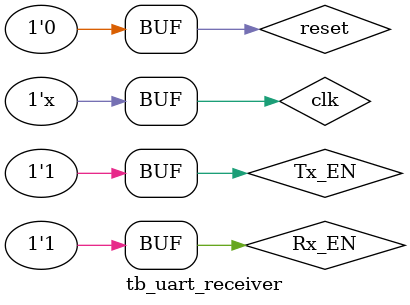
<source format=v>
`timescale 1ns / 10ps

/* Axelou Olympia
 * oaxelou@uth.gr
 * 2161
 *
 * ce430
 * Project2: UART
 *
 * Part D: UART receiver
 *
 *
 * testbench : tests 3 cases: first one : 'AA' with parity bit: 0
 *                            second one: '89' with parity bit: 1
 *                            third one : 'FF' with parity bit: 0
 *
 */

module tb_uart_receiver;

reg reset, clk;
reg Tx_EN, Tx_WR, Rx_EN;
reg [7:0] Tx_DATA;

reg [7:0] Tx_DATA_buffer [0:2];
reg [1:0] word_counter;

wire Tx_BUSY, TxD;

wire [7:0] Rx_DATA_aka_output;
wire Rx_FERROR, Rx_PERROR, Rx_VALID;

initial
begin
  Tx_DATA_buffer[0] = 8'b10101010;
  Tx_DATA_buffer[1] = 8'b10001001;
  Tx_DATA_buffer[2] = 8'b11111111;
  word_counter = 2'b00;

  clk = 1'b1;

  #200 reset = 1'b1;
  #100 reset = 1'b0;

  Tx_EN = 1'b1;
  Rx_EN = 1'b1;

  // #100
  // $display("Gonna try transmitting AA");
  // if(!Tx_BUSY)
  // begin
  //   Tx_DATA = Tx_DATA_buffer[0];
  //
  //   Tx_WR = 1'b1;
  //   #20 Tx_WR = 1'b0;
  // end
  //
  // #300000
  // // while(Tx_BUSY);
  //
  // $display("Gonna try transmitting 89");
  // if(!Tx_BUSY)
  // begin
  //   Tx_DATA = Tx_DATA_buffer[1];
  //
  //   Tx_WR = 1'b1;
  //   #20 Tx_WR = 1'b0;
  // end
  //
  // #300000
  // // while(Tx_BUSY);
  //
  // $display("Gonna try transmitting FF");
  // if(!Tx_BUSY)
  // begin
  //   Tx_DATA = Tx_DATA_buffer[2];
  //
  //   Tx_WR = 1'b1; // einai TRUE gia 1 kuklo
  //   #20 Tx_WR = 1'b0;
  // end
end

always @ (negedge Tx_BUSY) begin
  Tx_DATA = Tx_DATA_buffer[word_counter];
  Tx_WR = 1'b1;
  #20 Tx_WR = 1'b0;

  $display("Gonna try transmitting %x\n", Tx_DATA_buffer[word_counter]);
  word_counter = word_counter + 1;
  if(word_counter == 2'b11)
    word_counter = 2'b00;
end

always @ (posedge Rx_VALID) begin
  $display("received : %x%x\n", Rx_DATA_aka_output[7:4], Rx_DATA_aka_output[3:0]);
end

always #10 clk = ~clk;

uart_transmitter uart_transmitter_instance(.reset(reset), .clk(clk), .Tx_DATA(Tx_DATA), .baud_select(3'b111),
                                           .Tx_WR(Tx_WR), .Tx_EN(Tx_EN), .TxD(TxD), .Tx_BUSY(Tx_BUSY));

uart_receiver uart_receiver_instance(.reset(reset), .clk(clk), .Rx_DATA(Rx_DATA_aka_output),
                                     .baud_select(3'b111), .Rx_EN(Rx_EN), .RxD(TxD),
                                     .Rx_FERROR(Rx_FERROR), .Rx_PERROR(Rx_PERROR), .Rx_VALID(Rx_VALID));

endmodule

</source>
